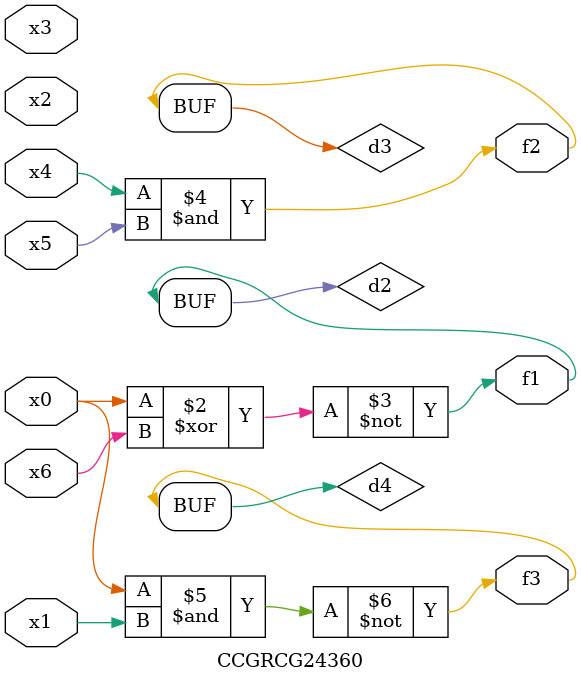
<source format=v>
module CCGRCG24360(
	input x0, x1, x2, x3, x4, x5, x6,
	output f1, f2, f3
);

	wire d1, d2, d3, d4;

	nor (d1, x0);
	xnor (d2, x0, x6);
	and (d3, x4, x5);
	nand (d4, x0, x1);
	assign f1 = d2;
	assign f2 = d3;
	assign f3 = d4;
endmodule

</source>
